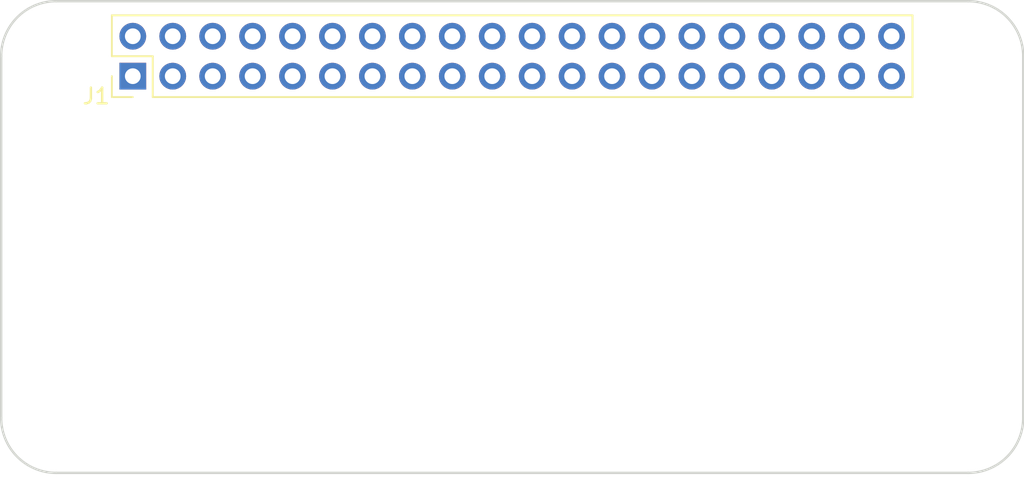
<source format=kicad_pcb>
(kicad_pcb (version 4) (host pcbnew 4.0.7)

  (general
    (links 9)
    (no_connects 9)
    (area -32.575001 -3.575001 32.575001 27.775)
    (thickness 1.6)
    (drawings 8)
    (tracks 0)
    (zones 0)
    (modules 5)
    (nets 4)
  )

  (page A4)
  (layers
    (0 F.Cu signal)
    (31 B.Cu signal)
    (32 B.Adhes user)
    (33 F.Adhes user)
    (34 B.Paste user)
    (35 F.Paste user)
    (36 B.SilkS user)
    (37 F.SilkS user)
    (38 B.Mask user)
    (39 F.Mask user)
    (40 Dwgs.User user)
    (41 Cmts.User user)
    (42 Eco1.User user)
    (43 Eco2.User user)
    (44 Edge.Cuts user)
    (45 Margin user)
    (46 B.CrtYd user)
    (47 F.CrtYd user)
    (48 B.Fab user)
    (49 F.Fab user)
  )

  (setup
    (last_trace_width 0.25)
    (trace_clearance 0.2)
    (zone_clearance 0.508)
    (zone_45_only no)
    (trace_min 0.2)
    (segment_width 0.2)
    (edge_width 0.15)
    (via_size 0.6)
    (via_drill 0.4)
    (via_min_size 0.4)
    (via_min_drill 0.3)
    (uvia_size 0.3)
    (uvia_drill 0.1)
    (uvias_allowed no)
    (uvia_min_size 0.2)
    (uvia_min_drill 0.1)
    (pcb_text_width 0.3)
    (pcb_text_size 1.5 1.5)
    (mod_edge_width 0.15)
    (mod_text_size 1 1)
    (mod_text_width 0.15)
    (pad_size 1.524 1.524)
    (pad_drill 0.762)
    (pad_to_mask_clearance 0.2)
    (aux_axis_origin 0 0)
    (visible_elements 7FFFFFFF)
    (pcbplotparams
      (layerselection 0x00030_80000001)
      (usegerberextensions false)
      (excludeedgelayer true)
      (linewidth 0.100000)
      (plotframeref false)
      (viasonmask false)
      (mode 1)
      (useauxorigin false)
      (hpglpennumber 1)
      (hpglpenspeed 20)
      (hpglpendiameter 15)
      (hpglpenoverlay 2)
      (psnegative false)
      (psa4output false)
      (plotreference true)
      (plotvalue true)
      (plotinvisibletext false)
      (padsonsilk false)
      (subtractmaskfromsilk false)
      (outputformat 1)
      (mirror false)
      (drillshape 1)
      (scaleselection 1)
      (outputdirectory ""))
  )

  (net 0 "")
  (net 1 /3V3)
  (net 2 /5V)
  (net 3 /GND)

  (net_class Default "This is the default net class."
    (clearance 0.2)
    (trace_width 0.25)
    (via_dia 0.6)
    (via_drill 0.4)
    (uvia_dia 0.3)
    (uvia_drill 0.1)
    (add_net /3V3)
    (add_net /5V)
    (add_net /GND)
  )

  (module Mounting_Holes:MountingHole_2.7mm_M2.5 (layer F.Cu) (tedit 5A5259BB) (tstamp 5A5258D6)
    (at 47.2 38.1)
    (descr "Mounting Hole 2.7mm, no annular, M2.5")
    (tags "mounting hole 2.7mm no annular m2.5")
    (path /5A524F17)
    (attr virtual)
    (fp_text reference H1 (at 0 0) (layer F.SilkS)
      (effects (font (size 1 1) (thickness 0.15)))
    )
    (fp_text value "" (at 0 3.7) (layer F.Fab)
      (effects (font (size 1 1) (thickness 0.15)))
    )
    (fp_text user %R (at 0.3 0) (layer F.Fab)
      (effects (font (size 1 1) (thickness 0.15)))
    )
    (fp_circle (center 0 0) (end 2.7 0) (layer Cmts.User) (width 0.15))
    (fp_circle (center 0 0) (end 2.95 0) (layer F.CrtYd) (width 0.05))
    (pad 1 np_thru_hole circle (at 0 0) (size 2.7 2.7) (drill 2.7) (layers *.Cu *.Mask))
  )

  (module Mounting_Holes:MountingHole_2.7mm_M2.5 (layer F.Cu) (tedit 5A52593C) (tstamp 5A5258DE)
    (at 105.2 38.1)
    (descr "Mounting Hole 2.7mm, no annular, M2.5")
    (tags "mounting hole 2.7mm no annular m2.5")
    (path /5A525008)
    (attr virtual)
    (fp_text reference H2 (at 0 0) (layer F.SilkS)
      (effects (font (size 1 1) (thickness 0.15)))
    )
    (fp_text value "" (at 0 3.7) (layer F.Fab)
      (effects (font (size 1 1) (thickness 0.15)))
    )
    (fp_text user %R (at 0.3 0) (layer F.Fab)
      (effects (font (size 1 1) (thickness 0.15)))
    )
    (fp_circle (center 0 0) (end 2.7 0) (layer Cmts.User) (width 0.15))
    (fp_circle (center 0 0) (end 2.95 0) (layer F.CrtYd) (width 0.05))
    (pad 1 np_thru_hole circle (at 0 0) (size 2.7 2.7) (drill 2.7) (layers *.Cu *.Mask))
  )

  (module Mounting_Holes:MountingHole_2.7mm_M2.5 (layer F.Cu) (tedit 5A525941) (tstamp 5A5258E6)
    (at 105.2 61.1)
    (descr "Mounting Hole 2.7mm, no annular, M2.5")
    (tags "mounting hole 2.7mm no annular m2.5")
    (path /5A525029)
    (attr virtual)
    (fp_text reference H3 (at 0 0) (layer F.SilkS)
      (effects (font (size 1 1) (thickness 0.15)))
    )
    (fp_text value "" (at 0 3.7) (layer F.Fab)
      (effects (font (size 1 1) (thickness 0.15)))
    )
    (fp_text user %R (at 0.3 0) (layer F.Fab)
      (effects (font (size 1 1) (thickness 0.15)))
    )
    (fp_circle (center 0 0) (end 2.7 0) (layer Cmts.User) (width 0.15))
    (fp_circle (center 0 0) (end 2.95 0) (layer F.CrtYd) (width 0.05))
    (pad 1 np_thru_hole circle (at 0 0) (size 2.7 2.7) (drill 2.7) (layers *.Cu *.Mask))
  )

  (module Mounting_Holes:MountingHole_2.7mm_M2.5 (layer F.Cu) (tedit 5A525B18) (tstamp 5A5258EE)
    (at 47.2 61.1)
    (descr "Mounting Hole 2.7mm, no annular, M2.5")
    (tags "mounting hole 2.7mm no annular m2.5")
    (path /5A525049)
    (attr virtual)
    (fp_text reference H4 (at 0 0) (layer F.SilkS)
      (effects (font (size 1 1) (thickness 0.15)))
    )
    (fp_text value "" (at 0 3.7) (layer F.Fab)
      (effects (font (size 1 1) (thickness 0.15)))
    )
    (fp_text user %R (at 0.3 0) (layer F.Fab)
      (effects (font (size 1 1) (thickness 0.15)))
    )
    (fp_circle (center 0 0) (end 2.7 0) (layer Cmts.User) (width 0.15))
    (fp_circle (center 0 0) (end 2.95 0) (layer F.CrtYd) (width 0.05))
    (pad 1 np_thru_hole circle (at 0 0) (size 2.7 2.7) (drill 2.7) (layers *.Cu *.Mask))
  )

  (module Pin_Headers:Pin_Header_Straight_2x20_Pitch2.54mm (layer F.Cu) (tedit 5A52592F) (tstamp 5A52592C)
    (at 52.07 39.37 90)
    (descr "Through hole straight pin header, 2x20, 2.54mm pitch, double rows")
    (tags "Through hole pin header THT 2x20 2.54mm double row")
    (path /5A524BD5)
    (fp_text reference J1 (at -1.27 -2.33 180) (layer F.SilkS)
      (effects (font (size 1 1) (thickness 0.15)))
    )
    (fp_text value "" (at 1.27 50.59 90) (layer F.Fab)
      (effects (font (size 1 1) (thickness 0.15)))
    )
    (fp_line (start 0 -1.27) (end 3.81 -1.27) (layer F.Fab) (width 0.1))
    (fp_line (start 3.81 -1.27) (end 3.81 49.53) (layer F.Fab) (width 0.1))
    (fp_line (start 3.81 49.53) (end -1.27 49.53) (layer F.Fab) (width 0.1))
    (fp_line (start -1.27 49.53) (end -1.27 0) (layer F.Fab) (width 0.1))
    (fp_line (start -1.27 0) (end 0 -1.27) (layer F.Fab) (width 0.1))
    (fp_line (start -1.33 49.59) (end 3.87 49.59) (layer F.SilkS) (width 0.12))
    (fp_line (start -1.33 1.27) (end -1.33 49.59) (layer F.SilkS) (width 0.12))
    (fp_line (start 3.87 -1.33) (end 3.87 49.59) (layer F.SilkS) (width 0.12))
    (fp_line (start -1.33 1.27) (end 1.27 1.27) (layer F.SilkS) (width 0.12))
    (fp_line (start 1.27 1.27) (end 1.27 -1.33) (layer F.SilkS) (width 0.12))
    (fp_line (start 1.27 -1.33) (end 3.87 -1.33) (layer F.SilkS) (width 0.12))
    (fp_line (start -1.33 0) (end -1.33 -1.33) (layer F.SilkS) (width 0.12))
    (fp_line (start -1.33 -1.33) (end 0 -1.33) (layer F.SilkS) (width 0.12))
    (fp_line (start -1.8 -1.8) (end -1.8 50.05) (layer F.CrtYd) (width 0.05))
    (fp_line (start -1.8 50.05) (end 4.35 50.05) (layer F.CrtYd) (width 0.05))
    (fp_line (start 4.35 50.05) (end 4.35 -1.8) (layer F.CrtYd) (width 0.05))
    (fp_line (start 4.35 -1.8) (end -1.8 -1.8) (layer F.CrtYd) (width 0.05))
    (fp_text user %R (at 1.27 24.13 180) (layer F.Fab)
      (effects (font (size 1 1) (thickness 0.15)))
    )
    (pad 1 thru_hole rect (at 0 0 90) (size 1.7 1.7) (drill 1) (layers *.Cu *.Mask)
      (net 1 /3V3))
    (pad 2 thru_hole oval (at 2.54 0 90) (size 1.7 1.7) (drill 1) (layers *.Cu *.Mask)
      (net 2 /5V))
    (pad 3 thru_hole oval (at 0 2.54 90) (size 1.7 1.7) (drill 1) (layers *.Cu *.Mask))
    (pad 4 thru_hole oval (at 2.54 2.54 90) (size 1.7 1.7) (drill 1) (layers *.Cu *.Mask)
      (net 2 /5V))
    (pad 5 thru_hole oval (at 0 5.08 90) (size 1.7 1.7) (drill 1) (layers *.Cu *.Mask))
    (pad 6 thru_hole oval (at 2.54 5.08 90) (size 1.7 1.7) (drill 1) (layers *.Cu *.Mask)
      (net 3 /GND))
    (pad 7 thru_hole oval (at 0 7.62 90) (size 1.7 1.7) (drill 1) (layers *.Cu *.Mask))
    (pad 8 thru_hole oval (at 2.54 7.62 90) (size 1.7 1.7) (drill 1) (layers *.Cu *.Mask))
    (pad 9 thru_hole oval (at 0 10.16 90) (size 1.7 1.7) (drill 1) (layers *.Cu *.Mask)
      (net 3 /GND))
    (pad 10 thru_hole oval (at 2.54 10.16 90) (size 1.7 1.7) (drill 1) (layers *.Cu *.Mask))
    (pad 11 thru_hole oval (at 0 12.7 90) (size 1.7 1.7) (drill 1) (layers *.Cu *.Mask))
    (pad 12 thru_hole oval (at 2.54 12.7 90) (size 1.7 1.7) (drill 1) (layers *.Cu *.Mask))
    (pad 13 thru_hole oval (at 0 15.24 90) (size 1.7 1.7) (drill 1) (layers *.Cu *.Mask))
    (pad 14 thru_hole oval (at 2.54 15.24 90) (size 1.7 1.7) (drill 1) (layers *.Cu *.Mask)
      (net 3 /GND))
    (pad 15 thru_hole oval (at 0 17.78 90) (size 1.7 1.7) (drill 1) (layers *.Cu *.Mask))
    (pad 16 thru_hole oval (at 2.54 17.78 90) (size 1.7 1.7) (drill 1) (layers *.Cu *.Mask))
    (pad 17 thru_hole oval (at 0 20.32 90) (size 1.7 1.7) (drill 1) (layers *.Cu *.Mask)
      (net 1 /3V3))
    (pad 18 thru_hole oval (at 2.54 20.32 90) (size 1.7 1.7) (drill 1) (layers *.Cu *.Mask))
    (pad 19 thru_hole oval (at 0 22.86 90) (size 1.7 1.7) (drill 1) (layers *.Cu *.Mask))
    (pad 20 thru_hole oval (at 2.54 22.86 90) (size 1.7 1.7) (drill 1) (layers *.Cu *.Mask)
      (net 3 /GND))
    (pad 21 thru_hole oval (at 0 25.4 90) (size 1.7 1.7) (drill 1) (layers *.Cu *.Mask))
    (pad 22 thru_hole oval (at 2.54 25.4 90) (size 1.7 1.7) (drill 1) (layers *.Cu *.Mask))
    (pad 23 thru_hole oval (at 0 27.94 90) (size 1.7 1.7) (drill 1) (layers *.Cu *.Mask))
    (pad 24 thru_hole oval (at 2.54 27.94 90) (size 1.7 1.7) (drill 1) (layers *.Cu *.Mask))
    (pad 25 thru_hole oval (at 0 30.48 90) (size 1.7 1.7) (drill 1) (layers *.Cu *.Mask)
      (net 3 /GND))
    (pad 26 thru_hole oval (at 2.54 30.48 90) (size 1.7 1.7) (drill 1) (layers *.Cu *.Mask))
    (pad 27 thru_hole oval (at 0 33.02 90) (size 1.7 1.7) (drill 1) (layers *.Cu *.Mask))
    (pad 28 thru_hole oval (at 2.54 33.02 90) (size 1.7 1.7) (drill 1) (layers *.Cu *.Mask))
    (pad 29 thru_hole oval (at 0 35.56 90) (size 1.7 1.7) (drill 1) (layers *.Cu *.Mask))
    (pad 30 thru_hole oval (at 2.54 35.56 90) (size 1.7 1.7) (drill 1) (layers *.Cu *.Mask)
      (net 3 /GND))
    (pad 31 thru_hole oval (at 0 38.1 90) (size 1.7 1.7) (drill 1) (layers *.Cu *.Mask))
    (pad 32 thru_hole oval (at 2.54 38.1 90) (size 1.7 1.7) (drill 1) (layers *.Cu *.Mask))
    (pad 33 thru_hole oval (at 0 40.64 90) (size 1.7 1.7) (drill 1) (layers *.Cu *.Mask))
    (pad 34 thru_hole oval (at 2.54 40.64 90) (size 1.7 1.7) (drill 1) (layers *.Cu *.Mask)
      (net 3 /GND))
    (pad 35 thru_hole oval (at 0 43.18 90) (size 1.7 1.7) (drill 1) (layers *.Cu *.Mask))
    (pad 36 thru_hole oval (at 2.54 43.18 90) (size 1.7 1.7) (drill 1) (layers *.Cu *.Mask))
    (pad 37 thru_hole oval (at 0 45.72 90) (size 1.7 1.7) (drill 1) (layers *.Cu *.Mask))
    (pad 38 thru_hole oval (at 2.54 45.72 90) (size 1.7 1.7) (drill 1) (layers *.Cu *.Mask))
    (pad 39 thru_hole oval (at 0 48.26 90) (size 1.7 1.7) (drill 1) (layers *.Cu *.Mask)
      (net 3 /GND))
    (pad 40 thru_hole oval (at 2.54 48.26 90) (size 1.7 1.7) (drill 1) (layers *.Cu *.Mask))
    (model ${KISYS3DMOD}/Pin_Headers.3dshapes/Pin_Header_Straight_2x20_Pitch2.54mm.wrl
      (at (xyz 0 0 0))
      (scale (xyz 1 1 1))
      (rotate (xyz 0 0 0))
    )
  )

  (gr_arc (start 105.2 38.1) (end 105.2 34.6) (angle 90) (layer Edge.Cuts) (width 0.15))
  (gr_arc (start 105.2 61.1) (end 108.7 61.1) (angle 90) (layer Edge.Cuts) (width 0.15))
  (gr_arc (start 47.2 61.1) (end 47.2 64.6) (angle 90) (layer Edge.Cuts) (width 0.15))
  (gr_arc (start 47.2 38.1) (end 43.7 38.1) (angle 90) (layer Edge.Cuts) (width 0.15))
  (gr_line (start 108.7 38.1) (end 108.7 61.1) (layer Edge.Cuts) (width 0.15) (tstamp 5A525DE0))
  (gr_line (start 43.7 38.1) (end 43.7 61.1) (layer Edge.Cuts) (width 0.15))
  (gr_line (start 47.2 64.6) (end 105.2 64.6) (layer Edge.Cuts) (width 0.15) (tstamp 5A525DD4))
  (gr_line (start 47.2 34.6) (end 105.2 34.6) (layer Edge.Cuts) (width 0.15))

)

</source>
